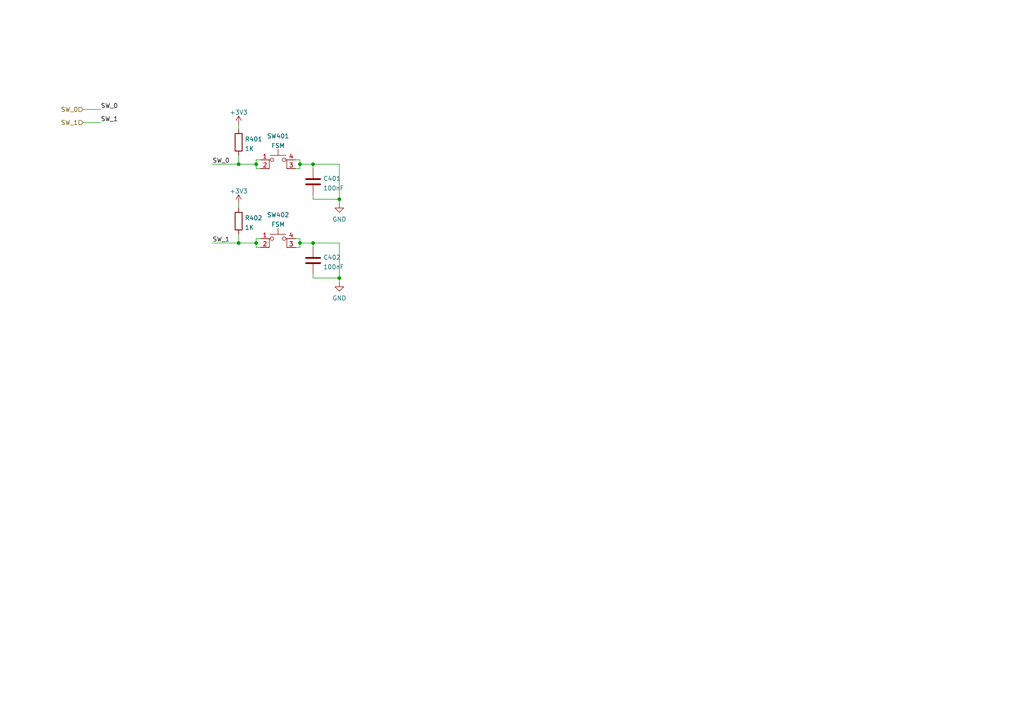
<source format=kicad_sch>
(kicad_sch (version 20211123) (generator eeschema)
  (paper "A4")
  (lib_symbols
    (symbol "C_2" (pin_numbers hide) (pin_names (offset 0.254))
      (property "Reference" "C" (at 0.635 2.54 0))
      (property "Value" "C_2" (at 0.635 -2.54 0))
      (symbol "C_2_0_1"
        (polyline (pts (xy -2.032 -0.762) (xy 2.032 -0.762)) (stroke (width 0.508)))
        (polyline (pts (xy -2.032 0.762) (xy 2.032 0.762)) (stroke (width 0.508)))
      )
      (symbol "C_2_1_1"
        (pin passive line (at 0 3.81 270) (length 2.794) (name "~") (number "1"))
        (pin passive line (at 0 -3.81 90) (length 2.794) (name "~") (number "2"))
      )
    )
    (symbol "Device:R" (pin_numbers hide) (pin_names (offset 0))
      (property "Reference" "R" (at 2.032 0 90))
      (property "Value" "R" (at 0 0 90))
      (symbol "R_0_1"
        (rectangle (start -1.016 -2.54) (end 1.016 2.54) (stroke (width 0.254)))
      )
      (symbol "R_1_1"
        (pin passive line (at 0 3.81 270) (length 1.27) (name "~") (number "1"))
        (pin passive line (at 0 -3.81 90) (length 1.27) (name "~") (number "2"))
      )
    )
    (symbol "GND_13" (power) (pin_names (offset 0))
      (property "Value" "GND_13" (at 0 -3.81 0))
      (symbol "GND_13_0_1"
        (polyline (pts (xy 0 0) (xy 0 -1.27) (xy 1.27 -1.27) (xy 0 -2.54) (xy -1.27 -1.27) (xy 0 -1.27)))
      )
      (symbol "GND_13_1_1"
        (pin power_in line (at 0 0 270) (length 0) hide (name "GND") (number "1"))
      )
    )
    (symbol "Switch:SW_MEC_5E" (pin_names (offset 1.016) hide)
      (property "Reference" "SW" (at 0.635 5.715 0))
      (property "Value" "SW_MEC_5E" (at 0 -3.175 0))
      (symbol "SW_MEC_5E_0_1"
        (circle (center -1.778 2.54) (radius 0.508))
        (polyline (pts (xy -2.286 3.81) (xy 2.286 3.81)))
        (polyline (pts (xy 0 3.81) (xy 0 5.588)))
        (polyline (pts (xy -2.54 0) (xy -2.54 2.54) (xy -2.286 2.54)))
        (polyline (pts (xy 2.54 0) (xy 2.54 2.54) (xy 2.286 2.54)))
        (circle (center 1.778 2.54) (radius 0.508))
        (pin passive line (at -5.08 2.54 0) (length 2.54) (name "1") (number "1"))
        (pin passive line (at -5.08 0 0) (length 2.54) (name "2") (number "2"))
        (pin passive line (at 5.08 0 180) (length 2.54) (name "K") (number "3"))
        (pin passive line (at 5.08 2.54 180) (length 2.54) (name "A") (number "4"))
      )
    )
    (symbol "power:+3V3" (power) (pin_names (offset 0))
      (property "Value" "+3V3" (at 0 3.556 0))
      (symbol "+3V3_0_1"
        (polyline (pts (xy -0.762 1.27) (xy 0 2.54)))
        (polyline (pts (xy 0 0) (xy 0 2.54)))
        (polyline (pts (xy 0 2.54) (xy 0.762 1.27)))
      )
      (symbol "+3V3_1_1"
        (pin power_in line (at 0 0 90) (length 0) hide (name "+3V3") (number "1"))
      )
    )
  )
  (junction (at 90.805 70.485))
  (junction (at 69.215 47.625))
  (junction (at 74.295 70.485))
  (junction (at 98.425 57.785))
  (junction (at 86.995 70.485))
  (junction (at 69.215 70.485))
  (junction (at 74.295 47.625))
  (junction (at 90.805 47.625))
  (junction (at 86.995 47.625))
  (junction (at 98.425 80.645))
  (wire (pts (xy 24.13 31.75) (xy 29.21 31.75)))
  (wire (pts (xy 98.425 80.645) (xy 98.425 81.915)))
  (wire (pts (xy 74.295 48.895) (xy 75.565 48.895)))
  (wire (pts (xy 86.995 69.215) (xy 86.995 70.485)))
  (wire (pts (xy 74.295 71.755) (xy 75.565 71.755)))
  (wire (pts (xy 61.595 47.625) (xy 69.215 47.625)))
  (wire (pts (xy 90.805 70.485) (xy 98.425 70.485)))
  (wire (pts (xy 90.805 57.785) (xy 98.425 57.785)))
  (wire (pts (xy 86.995 70.485) (xy 90.805 70.485)))
  (wire (pts (xy 85.725 69.215) (xy 86.995 69.215)))
  (wire (pts (xy 90.805 47.625) (xy 90.805 48.895)))
  (wire (pts (xy 24.13 35.56) (xy 29.21 35.56)))
  (wire (pts (xy 98.425 47.625) (xy 98.425 57.785)))
  (wire (pts (xy 86.995 47.625) (xy 86.995 48.895)))
  (wire (pts (xy 69.215 70.485) (xy 74.295 70.485)))
  (wire (pts (xy 74.295 69.215) (xy 74.295 70.485)))
  (wire (pts (xy 61.595 70.485) (xy 69.215 70.485)))
  (wire (pts (xy 90.805 47.625) (xy 98.425 47.625)))
  (wire (pts (xy 86.995 47.625) (xy 90.805 47.625)))
  (wire (pts (xy 90.805 79.375) (xy 90.805 80.645)))
  (wire (pts (xy 86.995 48.895) (xy 85.725 48.895)))
  (wire (pts (xy 90.805 70.485) (xy 90.805 71.755)))
  (wire (pts (xy 98.425 57.785) (xy 98.425 59.055)))
  (wire (pts (xy 69.215 59.055) (xy 69.215 60.325)))
  (wire (pts (xy 85.725 46.355) (xy 86.995 46.355)))
  (wire (pts (xy 74.295 70.485) (xy 74.295 71.755)))
  (wire (pts (xy 74.295 47.625) (xy 74.295 48.895)))
  (wire (pts (xy 69.215 67.945) (xy 69.215 70.485)))
  (wire (pts (xy 86.995 46.355) (xy 86.995 47.625)))
  (wire (pts (xy 90.805 80.645) (xy 98.425 80.645)))
  (wire (pts (xy 75.565 46.355) (xy 74.295 46.355)))
  (wire (pts (xy 74.295 46.355) (xy 74.295 47.625)))
  (wire (pts (xy 86.995 71.755) (xy 85.725 71.755)))
  (wire (pts (xy 69.215 47.625) (xy 74.295 47.625)))
  (wire (pts (xy 98.425 70.485) (xy 98.425 80.645)))
  (wire (pts (xy 69.215 45.085) (xy 69.215 47.625)))
  (wire (pts (xy 69.215 36.195) (xy 69.215 37.465)))
  (wire (pts (xy 86.995 70.485) (xy 86.995 71.755)))
  (wire (pts (xy 90.805 56.515) (xy 90.805 57.785)))
  (wire (pts (xy 75.565 69.215) (xy 74.295 69.215)))
  (label "SW_0" (at 29.21 31.75 0))
  (label "SW_0" (at 61.595 47.625 0))
  (label "SW_1" (at 29.21 35.56 0))
  (label "SW_1" (at 61.595 70.485 0))
  (hierarchical_label "SW_1" (shape input) (at 24.13 35.56 180))
  (hierarchical_label "SW_0" (shape input) (at 24.13 31.75 180))
  (symbol (lib_name "GND_13") (lib_id "power:GND") (at 98.425 59.055 0) (unit 1)
    (property "Reference" "#PWR0187" (effects hide))
    (property "Value" "GND" (at 98.425 63.6175 0))
  )
  (symbol (lib_name "GND_13") (lib_id "power:GND") (at 98.425 81.915 0) (unit 1)
    (property "Reference" "#PWR0188" (effects hide))
    (property "Value" "GND" (at 98.425 86.4775 0))
  )
  (symbol (lib_id "Device:R") (at 69.215 41.275 0) (unit 1)
    (property "Reference" "R401" (at 70.993 40.3665 0) (effects (justify left)))
    (property "Value" "1K" (at 70.993 43.1416 0) (effects (justify left)))
    (property "Footprint" "Resistor_SMD:R_0805_2012Metric_Pad1.20x1.40mm_HandSolder" (effects hide))
  )
  (symbol (lib_id "power:+3V3") (at 69.215 59.055 0) (unit 1)
    (property "Reference" "#PWR0186" (effects hide))
    (property "Value" "+3V3" (at 69.215 55.4505 0))
  )
  (symbol (lib_id "power:+3V3") (at 69.215 36.195 0) (unit 1)
    (property "Reference" "#PWR0185" (effects hide))
    (property "Value" "+3V3" (at 69.215 32.5905 0))
  )
  (symbol (lib_id "Switch:SW_MEC_5E") (at 80.645 71.755 0) (unit 1)
    (property "Reference" "SW402" (at 80.645 62.3275 0))
    (property "Value" "FSM" (at 80.645 65.1026 0))
    (property "Footprint" "Button_Switch_SMD:SW_Push_1P1T_NO_6x6mm_H9.5mm" (effects hide))
    (property "Datasheet" "http://www.apem.com/int/index.php?controller=attachment&id_attachment=1371" (effects hide))
  )
  (symbol (lib_id "Device:R") (at 69.215 64.135 0) (unit 1)
    (property "Reference" "R402" (at 70.993 63.2265 0) (effects (justify left)))
    (property "Value" "1K" (at 70.993 66.0016 0) (effects (justify left)))
    (property "Footprint" "Resistor_SMD:R_0805_2012Metric_Pad1.20x1.40mm_HandSolder" (effects hide))
  )
  (symbol (lib_name "C_2") (lib_id "Device:C") (at 90.805 75.565 0) (unit 1)
    (property "Reference" "C402" (at 93.726 74.6565 0) (effects (justify left)))
    (property "Value" "100nF" (at 93.726 77.4316 0) (effects (justify left)))
    (property "Footprint" "Capacitor_SMD:C_0805_2012Metric_Pad1.18x1.45mm_HandSolder" (effects hide))
  )
  (symbol (lib_name "C_2") (lib_id "Device:C") (at 90.805 52.705 0) (unit 1)
    (property "Reference" "C401" (at 93.726 51.7965 0) (effects (justify left)))
    (property "Value" "100nF" (at 93.726 54.5716 0) (effects (justify left)))
    (property "Footprint" "Capacitor_SMD:C_0805_2012Metric_Pad1.18x1.45mm_HandSolder" (effects hide))
  )
  (symbol (lib_id "Switch:SW_MEC_5E") (at 80.645 48.895 0) (unit 1)
    (property "Reference" "SW401" (at 80.645 39.4675 0))
    (property "Value" "FSM" (at 80.645 42.2426 0))
    (property "Footprint" "Button_Switch_SMD:SW_Push_1P1T_NO_6x6mm_H9.5mm" (effects hide))
    (property "Datasheet" "http://www.apem.com/int/index.php?controller=attachment&id_attachment=1371" (effects hide))
  )
)
</source>
